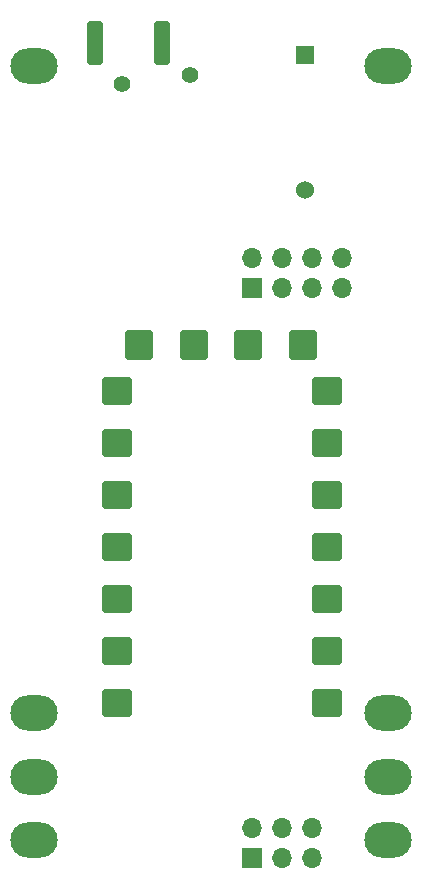
<source format=gbr>
%TF.GenerationSoftware,KiCad,Pcbnew,8.0.8*%
%TF.CreationDate,2025-01-26T19:35:19-06:00*%
%TF.ProjectId,ptSolar,7074536f-6c61-4722-9e6b-696361645f70,rev?*%
%TF.SameCoordinates,Original*%
%TF.FileFunction,Soldermask,Bot*%
%TF.FilePolarity,Negative*%
%FSLAX46Y46*%
G04 Gerber Fmt 4.6, Leading zero omitted, Abs format (unit mm)*
G04 Created by KiCad (PCBNEW 8.0.8) date 2025-01-26 19:35:19*
%MOMM*%
%LPD*%
G01*
G04 APERTURE LIST*
G04 Aperture macros list*
%AMRoundRect*
0 Rectangle with rounded corners*
0 $1 Rounding radius*
0 $2 $3 $4 $5 $6 $7 $8 $9 X,Y pos of 4 corners*
0 Add a 4 corners polygon primitive as box body*
4,1,4,$2,$3,$4,$5,$6,$7,$8,$9,$2,$3,0*
0 Add four circle primitives for the rounded corners*
1,1,$1+$1,$2,$3*
1,1,$1+$1,$4,$5*
1,1,$1+$1,$6,$7*
1,1,$1+$1,$8,$9*
0 Add four rect primitives between the rounded corners*
20,1,$1+$1,$2,$3,$4,$5,0*
20,1,$1+$1,$4,$5,$6,$7,0*
20,1,$1+$1,$6,$7,$8,$9,0*
20,1,$1+$1,$8,$9,$2,$3,0*%
G04 Aperture macros list end*
%ADD10C,1.400000*%
%ADD11O,4.000000X3.000000*%
%ADD12RoundRect,0.115000X-1.135000X-1.035000X1.135000X-1.035000X1.135000X1.035000X-1.135000X1.035000X0*%
%ADD13RoundRect,0.115000X-1.035000X-1.135000X1.035000X-1.135000X1.035000X1.135000X-1.035000X1.135000X0*%
%ADD14R,1.524000X1.524000*%
%ADD15C,1.524000*%
%ADD16R,1.700000X1.700000*%
%ADD17O,1.700000X1.700000*%
%ADD18RoundRect,0.250000X0.425000X1.600000X-0.425000X1.600000X-0.425000X-1.600000X0.425000X-1.600000X0*%
G04 APERTURE END LIST*
D10*
%TO.C,ANT2b1*%
X150500000Y-72750000D03*
%TD*%
%TO.C,ANT2a1*%
X144750000Y-73500000D03*
%TD*%
D11*
%TO.C,J1*%
X137250000Y-72000000D03*
X137250000Y-126750000D03*
X137250000Y-132125000D03*
X137250000Y-137500000D03*
%TD*%
%TO.C,J2*%
X167250000Y-137500000D03*
X167250000Y-132125000D03*
X167250000Y-126750000D03*
X167250000Y-72000000D03*
%TD*%
D12*
%TO.C,U2*%
X162065000Y-125860000D03*
X162065000Y-121460000D03*
X162065000Y-117060000D03*
X162065000Y-112660000D03*
X162065000Y-108260000D03*
X162065000Y-103860000D03*
X162065000Y-99460000D03*
D13*
X160065000Y-95560000D03*
X155431666Y-95560000D03*
X150798333Y-95560000D03*
X146165000Y-95560000D03*
D12*
X144265000Y-99460000D03*
X144265000Y-103860000D03*
X144265000Y-108260000D03*
X144265000Y-112660000D03*
X144265000Y-117060000D03*
X144265000Y-121460000D03*
X144265000Y-125860000D03*
%TD*%
D14*
%TO.C,C1*%
X160250000Y-71000000D03*
D15*
X160250000Y-82500000D03*
%TD*%
D16*
%TO.C,J5*%
X155700000Y-90740000D03*
D17*
X155700000Y-88200000D03*
X158240000Y-90740000D03*
X158240000Y-88200000D03*
X160780000Y-90740000D03*
X160780000Y-88200000D03*
X163320000Y-90740000D03*
X163320000Y-88200000D03*
%TD*%
D18*
%TO.C,ANT2*%
X148075000Y-70000000D03*
X142425000Y-70000000D03*
%TD*%
D16*
%TO.C,J4*%
X155700000Y-139000000D03*
D17*
X155700000Y-136460000D03*
X158240000Y-139000000D03*
X158240000Y-136460000D03*
X160780000Y-139000000D03*
X160780000Y-136460000D03*
%TD*%
M02*

</source>
